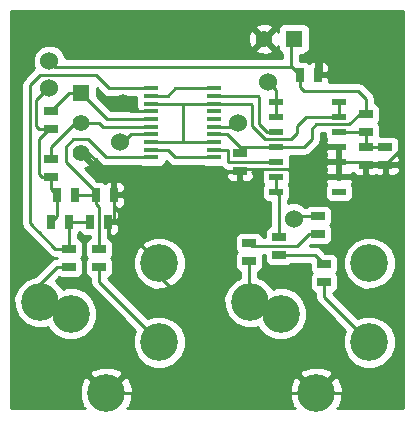
<source format=gbl>
G04 (created by PCBNEW (2013-jul-07)-stable) date So 08 Feb 2015 13:55:18 CET*
%MOIN*%
G04 Gerber Fmt 3.4, Leading zero omitted, Abs format*
%FSLAX34Y34*%
G01*
G70*
G90*
G04 APERTURE LIST*
%ADD10C,0.00590551*%
%ADD11R,0.05X0.016*%
%ADD12R,0.045X0.02*%
%ADD13R,0.025X0.045*%
%ADD14R,0.045X0.025*%
%ADD15R,0.055X0.055*%
%ADD16C,0.055*%
%ADD17C,0.126*%
%ADD18C,0.06*%
%ADD19C,0.01*%
G04 APERTURE END LIST*
G54D10*
G54D11*
X59750Y-23950D03*
X59750Y-23700D03*
X59750Y-23440D03*
X59750Y-23180D03*
X59750Y-22930D03*
X59750Y-22670D03*
X59750Y-22410D03*
X59750Y-22160D03*
X59750Y-21900D03*
X59750Y-21650D03*
X61850Y-21650D03*
X61850Y-21900D03*
X61850Y-22160D03*
X61850Y-22410D03*
X61850Y-22670D03*
X61850Y-22930D03*
X61850Y-23180D03*
X61850Y-23440D03*
X61850Y-23700D03*
X61850Y-23950D03*
G54D12*
X63900Y-25100D03*
X63900Y-24600D03*
X63900Y-24100D03*
X63900Y-23600D03*
X63900Y-23100D03*
X63900Y-22600D03*
X63900Y-22100D03*
X66000Y-22100D03*
X66000Y-22600D03*
X66000Y-23100D03*
X66000Y-23600D03*
X66000Y-24100D03*
X66000Y-24600D03*
X66000Y-25100D03*
G54D13*
X56400Y-26100D03*
X57000Y-26100D03*
G54D14*
X62700Y-23800D03*
X62700Y-24400D03*
X66900Y-23600D03*
X66900Y-24200D03*
X67550Y-23600D03*
X67550Y-24200D03*
X66900Y-22500D03*
X66900Y-23100D03*
X63000Y-26800D03*
X63000Y-27400D03*
X65300Y-25900D03*
X65300Y-26500D03*
X65500Y-27500D03*
X65500Y-28100D03*
X64000Y-26600D03*
X64000Y-27200D03*
G54D13*
X57700Y-26100D03*
X58300Y-26100D03*
X57900Y-25200D03*
X58500Y-25200D03*
X56600Y-25200D03*
X57200Y-25200D03*
G54D14*
X57000Y-27600D03*
X57000Y-27000D03*
X58000Y-27600D03*
X58000Y-27000D03*
X56400Y-23000D03*
X56400Y-22400D03*
X56400Y-24600D03*
X56400Y-24000D03*
G54D13*
X64700Y-21200D03*
X65300Y-21200D03*
G54D15*
X57400Y-21800D03*
G54D16*
X57400Y-22800D03*
X57400Y-23800D03*
G54D15*
X64500Y-20000D03*
G54D16*
X63500Y-20000D03*
G54D17*
X65236Y-31808D03*
X67008Y-30115D03*
X67008Y-27477D03*
X64055Y-29170D03*
X63031Y-28776D03*
X58236Y-31808D03*
X60008Y-30115D03*
X60008Y-27477D03*
X57055Y-29170D03*
X56031Y-28776D03*
G54D18*
X58700Y-23450D03*
X62650Y-22800D03*
X58800Y-22150D03*
X59200Y-24700D03*
X56350Y-20750D03*
X56350Y-21650D03*
X64500Y-26000D03*
X63650Y-21450D03*
G54D19*
X59750Y-23180D02*
X59070Y-23180D01*
X58800Y-23450D02*
X58700Y-23450D01*
X59070Y-23180D02*
X58800Y-23450D01*
X61850Y-22930D02*
X62520Y-22930D01*
X62520Y-22930D02*
X62650Y-22800D01*
X65400Y-20000D02*
X65400Y-19600D01*
X65300Y-21200D02*
X65400Y-21100D01*
X65400Y-20000D02*
X65400Y-21100D01*
X64100Y-19400D02*
X63500Y-20000D01*
X65200Y-19400D02*
X64100Y-19400D01*
X65400Y-19600D02*
X65200Y-19400D01*
X66900Y-24200D02*
X66900Y-25750D01*
X67592Y-31808D02*
X65236Y-31808D01*
X67900Y-31500D02*
X67592Y-31808D01*
X67900Y-26750D02*
X67900Y-31500D01*
X66900Y-25750D02*
X67900Y-26750D01*
X58300Y-26100D02*
X58400Y-26100D01*
X58400Y-26100D02*
X58500Y-26000D01*
X64300Y-24350D02*
X64750Y-24350D01*
X65000Y-24600D02*
X64750Y-24350D01*
X65000Y-24600D02*
X66000Y-24600D01*
X62700Y-24400D02*
X59500Y-24400D01*
X62750Y-24350D02*
X62700Y-24400D01*
X60008Y-27477D02*
X60008Y-27908D01*
X60042Y-31808D02*
X58236Y-31808D01*
X61150Y-30700D02*
X60042Y-31808D01*
X61150Y-29050D02*
X61150Y-30700D01*
X60008Y-27908D02*
X61150Y-29050D01*
X59500Y-24400D02*
X59200Y-24700D01*
X59750Y-22410D02*
X59060Y-22410D01*
X59060Y-22410D02*
X58800Y-22150D01*
X58700Y-25200D02*
X58500Y-25200D01*
X59200Y-24700D02*
X58700Y-25200D01*
X64350Y-24350D02*
X64300Y-24350D01*
X64300Y-24350D02*
X62750Y-24350D01*
X66900Y-24200D02*
X67550Y-24200D01*
X65300Y-21200D02*
X66950Y-21200D01*
X66950Y-21200D02*
X68000Y-22250D01*
X68000Y-22250D02*
X68000Y-23750D01*
X68000Y-23750D02*
X67550Y-24200D01*
X57400Y-23800D02*
X57650Y-23800D01*
X58500Y-24650D02*
X58500Y-25200D01*
X57650Y-23800D02*
X58500Y-24650D01*
X58236Y-31808D02*
X65236Y-31808D01*
X66000Y-24100D02*
X66800Y-24100D01*
X66800Y-24100D02*
X66900Y-24200D01*
X66000Y-24600D02*
X66000Y-24100D01*
X66000Y-24100D02*
X66000Y-23600D01*
X58500Y-25200D02*
X58500Y-26000D01*
X58900Y-26369D02*
X60008Y-27477D01*
X58300Y-26100D02*
X58631Y-26100D01*
X58631Y-26100D02*
X60008Y-27477D01*
X58000Y-27600D02*
X58000Y-28107D01*
X58000Y-28107D02*
X60008Y-30115D01*
X56031Y-28776D02*
X56031Y-28169D01*
X56600Y-27600D02*
X57000Y-27600D01*
X56031Y-28169D02*
X56600Y-27600D01*
X65500Y-28100D02*
X65500Y-28607D01*
X65500Y-28607D02*
X67008Y-30115D01*
X63000Y-27400D02*
X63000Y-28745D01*
X63000Y-28745D02*
X63031Y-28776D01*
X57400Y-22800D02*
X58000Y-22800D01*
X58130Y-22930D02*
X59750Y-22930D01*
X58000Y-22800D02*
X58130Y-22930D01*
X57400Y-22800D02*
X57200Y-22800D01*
X56400Y-23600D02*
X56400Y-24000D01*
X57200Y-22800D02*
X56400Y-23600D01*
X57400Y-21800D02*
X57000Y-21800D01*
X57000Y-21800D02*
X56400Y-22400D01*
X59750Y-22670D02*
X58270Y-22670D01*
X58270Y-22670D02*
X57400Y-21800D01*
X56600Y-25200D02*
X56600Y-25900D01*
X56600Y-25900D02*
X56400Y-26100D01*
X64000Y-20950D02*
X64450Y-20950D01*
X64450Y-20950D02*
X64700Y-21200D01*
X61850Y-23180D02*
X62280Y-23180D01*
X62280Y-23180D02*
X62700Y-23600D01*
X62700Y-23600D02*
X63900Y-23600D01*
X62700Y-23800D02*
X62700Y-23600D01*
X62280Y-23180D02*
X62700Y-23600D01*
X62700Y-23600D02*
X63500Y-23600D01*
X56400Y-23000D02*
X56000Y-23000D01*
X64450Y-20950D02*
X64700Y-21200D01*
X56550Y-20950D02*
X64000Y-20950D01*
X64000Y-20950D02*
X64050Y-20950D01*
X56350Y-20750D02*
X56550Y-20950D01*
X56300Y-21650D02*
X56350Y-21650D01*
X55900Y-22050D02*
X56300Y-21650D01*
X55900Y-22900D02*
X55900Y-22050D01*
X56000Y-23000D02*
X55900Y-22900D01*
X56400Y-23000D02*
X56350Y-23000D01*
X56100Y-24600D02*
X56400Y-24600D01*
X56000Y-24500D02*
X56100Y-24600D01*
X56000Y-23350D02*
X56000Y-24500D01*
X56350Y-23000D02*
X56000Y-23350D01*
X66900Y-22500D02*
X66900Y-22000D01*
X66900Y-22000D02*
X66650Y-21750D01*
X66650Y-21750D02*
X64850Y-21750D01*
X64850Y-21750D02*
X64700Y-21600D01*
X64700Y-21600D02*
X64700Y-21200D01*
X63900Y-23600D02*
X64850Y-23600D01*
X66700Y-22500D02*
X66900Y-22500D01*
X66350Y-22850D02*
X66700Y-22500D01*
X65250Y-22850D02*
X66350Y-22850D01*
X65100Y-23000D02*
X65250Y-22850D01*
X65100Y-23350D02*
X65100Y-23000D01*
X64850Y-23600D02*
X65100Y-23350D01*
X64400Y-20000D02*
X64400Y-20900D01*
X64400Y-20900D02*
X64700Y-21200D01*
X56400Y-24600D02*
X56400Y-25000D01*
X56400Y-25000D02*
X56600Y-25200D01*
X61850Y-22160D02*
X63060Y-22160D01*
X63700Y-23350D02*
X63850Y-23350D01*
X64600Y-22900D02*
X64600Y-23150D01*
X64900Y-22600D02*
X64600Y-22900D01*
X64900Y-22600D02*
X66000Y-22600D01*
X64400Y-23350D02*
X64600Y-23150D01*
X63850Y-23350D02*
X64400Y-23350D01*
X63550Y-23350D02*
X63700Y-23350D01*
X63100Y-22900D02*
X63550Y-23350D01*
X63100Y-22200D02*
X63100Y-22900D01*
X63060Y-22160D02*
X63100Y-22200D01*
X66000Y-22100D02*
X66000Y-22600D01*
X60800Y-23440D02*
X60800Y-22160D01*
X60800Y-22160D02*
X60800Y-22200D01*
X60800Y-22200D02*
X60800Y-22160D01*
X59750Y-23440D02*
X60800Y-23440D01*
X60800Y-23440D02*
X61850Y-23440D01*
X59750Y-22160D02*
X60800Y-22160D01*
X60800Y-22160D02*
X61850Y-22160D01*
X63900Y-22100D02*
X63900Y-21700D01*
X64600Y-25900D02*
X65300Y-25900D01*
X64500Y-26000D02*
X64600Y-25900D01*
X63900Y-21700D02*
X63650Y-21450D01*
X63900Y-22100D02*
X63900Y-22600D01*
X64000Y-27200D02*
X65200Y-27200D01*
X65200Y-27200D02*
X65500Y-27500D01*
X67550Y-23600D02*
X66900Y-23600D01*
X66900Y-23600D02*
X66900Y-23100D01*
X66900Y-23100D02*
X66000Y-23100D01*
X65300Y-26500D02*
X65000Y-26500D01*
X63100Y-26900D02*
X63000Y-26800D01*
X64600Y-26900D02*
X63100Y-26900D01*
X65000Y-26500D02*
X64600Y-26900D01*
X59750Y-23700D02*
X60300Y-23700D01*
X60550Y-23950D02*
X61850Y-23950D01*
X60300Y-23700D02*
X60550Y-23950D01*
X58000Y-27000D02*
X58000Y-26050D01*
X57900Y-25500D02*
X57900Y-25200D01*
X58000Y-25600D02*
X57900Y-25500D01*
X58000Y-26050D02*
X58000Y-25600D01*
X59750Y-23950D02*
X58250Y-23950D01*
X57650Y-23350D02*
X57150Y-23350D01*
X58250Y-23950D02*
X57650Y-23350D01*
X57900Y-25100D02*
X57900Y-25200D01*
X57150Y-23350D02*
X56900Y-23600D01*
X56900Y-23600D02*
X56900Y-24100D01*
X56900Y-24100D02*
X57900Y-25100D01*
X57200Y-25200D02*
X57900Y-25200D01*
X56400Y-21200D02*
X56050Y-21200D01*
X55700Y-26150D02*
X56550Y-27000D01*
X55700Y-21550D02*
X55700Y-26150D01*
X56050Y-21200D02*
X55700Y-21550D01*
X57350Y-21200D02*
X56400Y-21200D01*
X57000Y-27000D02*
X56550Y-27000D01*
X57350Y-21200D02*
X57900Y-21200D01*
X56550Y-27000D02*
X56000Y-26450D01*
X59750Y-21650D02*
X58350Y-21650D01*
X58350Y-21650D02*
X57900Y-21200D01*
X57000Y-27000D02*
X57000Y-26100D01*
X57000Y-26100D02*
X57300Y-26100D01*
X57300Y-26100D02*
X57700Y-26100D01*
X62900Y-24100D02*
X63900Y-24100D01*
X62300Y-24100D02*
X62900Y-24100D01*
X62900Y-24100D02*
X63500Y-24100D01*
X61850Y-23700D02*
X62300Y-23700D01*
X62300Y-23700D02*
X62300Y-24100D01*
X61850Y-21900D02*
X63300Y-21900D01*
X63600Y-23100D02*
X63900Y-23100D01*
X63350Y-22850D02*
X63600Y-23100D01*
X63350Y-21950D02*
X63350Y-22850D01*
X63300Y-21900D02*
X63350Y-21950D01*
X63700Y-23100D02*
X63900Y-23100D01*
X59750Y-21900D02*
X60300Y-21900D01*
X60550Y-21650D02*
X61850Y-21650D01*
X60300Y-21900D02*
X60550Y-21650D01*
X63900Y-24600D02*
X63900Y-25100D01*
X63900Y-25100D02*
X64000Y-25200D01*
X64000Y-25200D02*
X64000Y-26600D01*
G54D10*
G36*
X59279Y-22359D02*
X59262Y-22320D01*
X59250Y-22307D01*
X59249Y-22280D01*
X59250Y-22280D01*
X59249Y-22190D01*
X59249Y-22030D01*
X59250Y-22030D01*
X59250Y-22029D01*
X59249Y-21950D01*
X58350Y-21950D01*
X58235Y-21927D01*
X58137Y-21862D01*
X57925Y-21649D01*
X57925Y-21900D01*
X58394Y-22370D01*
X59250Y-22370D01*
X59250Y-22359D01*
X59279Y-22359D01*
X59279Y-22359D01*
G37*
G54D19*
X59279Y-22359D02*
X59262Y-22320D01*
X59250Y-22307D01*
X59249Y-22280D01*
X59250Y-22280D01*
X59249Y-22190D01*
X59249Y-22030D01*
X59250Y-22030D01*
X59250Y-22029D01*
X59249Y-21950D01*
X58350Y-21950D01*
X58235Y-21927D01*
X58137Y-21862D01*
X57925Y-21649D01*
X57925Y-21900D01*
X58394Y-22370D01*
X59250Y-22370D01*
X59250Y-22359D01*
X59279Y-22359D01*
G54D10*
G36*
X68120Y-19079D02*
X68025Y-19079D01*
X68025Y-23524D01*
X68025Y-23774D01*
X67987Y-23866D01*
X67953Y-23900D01*
X67987Y-23933D01*
X68025Y-24025D01*
X68025Y-24374D01*
X67987Y-24466D01*
X67916Y-24536D01*
X67888Y-24548D01*
X67888Y-27651D01*
X67754Y-27974D01*
X67507Y-28222D01*
X67183Y-28356D01*
X66833Y-28357D01*
X66510Y-28223D01*
X66262Y-27976D01*
X66128Y-27652D01*
X66127Y-27302D01*
X66261Y-26979D01*
X66508Y-26731D01*
X66832Y-26597D01*
X67182Y-26596D01*
X67505Y-26730D01*
X67753Y-26977D01*
X67887Y-27301D01*
X67888Y-27651D01*
X67888Y-24548D01*
X67824Y-24574D01*
X67725Y-24575D01*
X67662Y-24575D01*
X67600Y-24512D01*
X67600Y-24250D01*
X67962Y-24250D01*
X68025Y-24312D01*
X68025Y-24374D01*
X68025Y-24025D01*
X68025Y-24087D01*
X67962Y-24150D01*
X67600Y-24150D01*
X67600Y-24142D01*
X67500Y-24142D01*
X67500Y-24150D01*
X67500Y-24250D01*
X67500Y-24512D01*
X67437Y-24575D01*
X67374Y-24575D01*
X67275Y-24574D01*
X67225Y-24554D01*
X67174Y-24574D01*
X67075Y-24575D01*
X67012Y-24575D01*
X66950Y-24512D01*
X66950Y-24250D01*
X67137Y-24250D01*
X67312Y-24250D01*
X67500Y-24250D01*
X67500Y-24150D01*
X67312Y-24150D01*
X67137Y-24150D01*
X66950Y-24150D01*
X66950Y-24142D01*
X66850Y-24142D01*
X66850Y-24150D01*
X66842Y-24150D01*
X66842Y-24250D01*
X66850Y-24250D01*
X66850Y-24512D01*
X66787Y-24575D01*
X66724Y-24575D01*
X66625Y-24574D01*
X66533Y-24536D01*
X66475Y-24478D01*
X66475Y-24749D01*
X66437Y-24841D01*
X66428Y-24849D01*
X66436Y-24858D01*
X66474Y-24950D01*
X66475Y-25049D01*
X66475Y-25249D01*
X66437Y-25341D01*
X66366Y-25411D01*
X66274Y-25449D01*
X66175Y-25450D01*
X65725Y-25450D01*
X65633Y-25412D01*
X65563Y-25341D01*
X65525Y-25249D01*
X65524Y-25150D01*
X65524Y-24950D01*
X65562Y-24858D01*
X65571Y-24850D01*
X65562Y-24841D01*
X65524Y-24749D01*
X65525Y-24712D01*
X65587Y-24650D01*
X65950Y-24650D01*
X65950Y-24657D01*
X66050Y-24657D01*
X66050Y-24650D01*
X66412Y-24650D01*
X66475Y-24712D01*
X66475Y-24749D01*
X66475Y-24478D01*
X66475Y-24478D01*
X66475Y-24487D01*
X66412Y-24550D01*
X66050Y-24550D01*
X66050Y-24387D01*
X66050Y-24312D01*
X66050Y-24150D01*
X66057Y-24150D01*
X66057Y-24050D01*
X66050Y-24050D01*
X66050Y-23887D01*
X66050Y-23812D01*
X66050Y-23650D01*
X66057Y-23650D01*
X66057Y-23550D01*
X66050Y-23550D01*
X66050Y-23542D01*
X65950Y-23542D01*
X65950Y-23550D01*
X65950Y-23650D01*
X65950Y-23812D01*
X65950Y-23887D01*
X65950Y-24050D01*
X65950Y-24150D01*
X65950Y-24312D01*
X65950Y-24387D01*
X65950Y-24550D01*
X65587Y-24550D01*
X65525Y-24487D01*
X65524Y-24450D01*
X65562Y-24358D01*
X65571Y-24350D01*
X65562Y-24341D01*
X65524Y-24249D01*
X65525Y-24212D01*
X65587Y-24150D01*
X65950Y-24150D01*
X65950Y-24050D01*
X65587Y-24050D01*
X65525Y-23987D01*
X65524Y-23950D01*
X65562Y-23858D01*
X65571Y-23850D01*
X65562Y-23841D01*
X65524Y-23749D01*
X65525Y-23712D01*
X65587Y-23650D01*
X65950Y-23650D01*
X65950Y-23550D01*
X65587Y-23550D01*
X65525Y-23487D01*
X65524Y-23450D01*
X65562Y-23358D01*
X65571Y-23350D01*
X65563Y-23341D01*
X65525Y-23249D01*
X65524Y-23150D01*
X65524Y-23150D01*
X65400Y-23150D01*
X65400Y-23350D01*
X65377Y-23464D01*
X65312Y-23562D01*
X65312Y-23562D01*
X65062Y-23812D01*
X64964Y-23877D01*
X64850Y-23900D01*
X64354Y-23900D01*
X64374Y-23950D01*
X64375Y-24049D01*
X64375Y-24249D01*
X64337Y-24341D01*
X64328Y-24349D01*
X64336Y-24358D01*
X64374Y-24450D01*
X64375Y-24549D01*
X64375Y-24749D01*
X64337Y-24841D01*
X64328Y-24849D01*
X64336Y-24858D01*
X64374Y-24950D01*
X64375Y-25049D01*
X64375Y-25249D01*
X64337Y-25341D01*
X64300Y-25378D01*
X64300Y-25487D01*
X64390Y-25450D01*
X64608Y-25449D01*
X64811Y-25533D01*
X64877Y-25600D01*
X64896Y-25600D01*
X64933Y-25563D01*
X65025Y-25525D01*
X65124Y-25524D01*
X65574Y-25524D01*
X65666Y-25562D01*
X65736Y-25633D01*
X65774Y-25725D01*
X65775Y-25824D01*
X65775Y-26074D01*
X65737Y-26166D01*
X65703Y-26199D01*
X65736Y-26233D01*
X65774Y-26325D01*
X65775Y-26424D01*
X65775Y-26674D01*
X65737Y-26766D01*
X65666Y-26836D01*
X65574Y-26874D01*
X65475Y-26875D01*
X65049Y-26875D01*
X65024Y-26900D01*
X65200Y-26900D01*
X65200Y-26900D01*
X65314Y-26922D01*
X65314Y-26922D01*
X65412Y-26987D01*
X65549Y-27124D01*
X65774Y-27124D01*
X65866Y-27162D01*
X65936Y-27233D01*
X65974Y-27325D01*
X65975Y-27424D01*
X65975Y-27674D01*
X65937Y-27766D01*
X65903Y-27799D01*
X65936Y-27833D01*
X65974Y-27925D01*
X65975Y-28024D01*
X65975Y-28274D01*
X65937Y-28366D01*
X65866Y-28436D01*
X65800Y-28464D01*
X65800Y-28482D01*
X66634Y-29317D01*
X66832Y-29235D01*
X67182Y-29234D01*
X67505Y-29368D01*
X67753Y-29615D01*
X67887Y-29939D01*
X67888Y-30289D01*
X67754Y-30612D01*
X67507Y-30860D01*
X67183Y-30994D01*
X66833Y-30995D01*
X66510Y-30861D01*
X66262Y-30614D01*
X66128Y-30290D01*
X66127Y-29940D01*
X66210Y-29741D01*
X65789Y-29321D01*
X65789Y-31183D01*
X65236Y-31737D01*
X64682Y-31183D01*
X64749Y-31053D01*
X65075Y-30925D01*
X65425Y-30931D01*
X65722Y-31053D01*
X65789Y-31183D01*
X65789Y-29321D01*
X65287Y-28819D01*
X65222Y-28721D01*
X65200Y-28607D01*
X65200Y-28464D01*
X65133Y-28437D01*
X65063Y-28366D01*
X65025Y-28274D01*
X65024Y-28175D01*
X65024Y-27925D01*
X65062Y-27833D01*
X65096Y-27800D01*
X65063Y-27766D01*
X65025Y-27674D01*
X65024Y-27575D01*
X65024Y-27500D01*
X64403Y-27500D01*
X64366Y-27536D01*
X64274Y-27574D01*
X64175Y-27575D01*
X63725Y-27575D01*
X63633Y-27537D01*
X63563Y-27466D01*
X63525Y-27374D01*
X63524Y-27275D01*
X63524Y-27200D01*
X63464Y-27200D01*
X63474Y-27225D01*
X63475Y-27324D01*
X63475Y-27574D01*
X63437Y-27666D01*
X63366Y-27736D01*
X63300Y-27764D01*
X63300Y-27934D01*
X63528Y-28029D01*
X63776Y-28276D01*
X63796Y-28324D01*
X63879Y-28290D01*
X64229Y-28289D01*
X64552Y-28423D01*
X64800Y-28670D01*
X64934Y-28994D01*
X64935Y-29344D01*
X64801Y-29667D01*
X64554Y-29915D01*
X64230Y-30049D01*
X63880Y-30050D01*
X63557Y-29916D01*
X63309Y-29669D01*
X63289Y-29621D01*
X63206Y-29655D01*
X62856Y-29656D01*
X62533Y-29522D01*
X62285Y-29275D01*
X62151Y-28951D01*
X62150Y-28601D01*
X62284Y-28278D01*
X62531Y-28030D01*
X62700Y-27960D01*
X62700Y-27764D01*
X62633Y-27737D01*
X62563Y-27666D01*
X62525Y-27574D01*
X62524Y-27475D01*
X62524Y-27225D01*
X62562Y-27133D01*
X62596Y-27100D01*
X62563Y-27066D01*
X62525Y-26974D01*
X62524Y-26875D01*
X62524Y-26625D01*
X62562Y-26533D01*
X62633Y-26463D01*
X62725Y-26425D01*
X62824Y-26424D01*
X63274Y-26424D01*
X63366Y-26462D01*
X63436Y-26533D01*
X63464Y-26600D01*
X63524Y-26600D01*
X63524Y-26425D01*
X63562Y-26333D01*
X63633Y-26263D01*
X63700Y-26235D01*
X63700Y-25450D01*
X63625Y-25450D01*
X63533Y-25412D01*
X63463Y-25341D01*
X63425Y-25249D01*
X63424Y-25150D01*
X63424Y-24950D01*
X63462Y-24858D01*
X63471Y-24850D01*
X63463Y-24841D01*
X63425Y-24749D01*
X63424Y-24650D01*
X63424Y-24450D01*
X63445Y-24400D01*
X63175Y-24400D01*
X63175Y-24400D01*
X63175Y-24450D01*
X63112Y-24450D01*
X63175Y-24512D01*
X63175Y-24574D01*
X63137Y-24666D01*
X63066Y-24736D01*
X62974Y-24774D01*
X62875Y-24775D01*
X62812Y-24775D01*
X62750Y-24712D01*
X62750Y-24450D01*
X62757Y-24450D01*
X62757Y-24400D01*
X62650Y-24400D01*
X62650Y-24450D01*
X62650Y-24712D01*
X62587Y-24775D01*
X62524Y-24775D01*
X62425Y-24774D01*
X62333Y-24736D01*
X62262Y-24666D01*
X62224Y-24574D01*
X62225Y-24512D01*
X62287Y-24450D01*
X62650Y-24450D01*
X62650Y-24400D01*
X62300Y-24400D01*
X62185Y-24377D01*
X62087Y-24312D01*
X62066Y-24280D01*
X62050Y-24280D01*
X61550Y-24280D01*
X61477Y-24250D01*
X60888Y-24250D01*
X60888Y-27651D01*
X60754Y-27974D01*
X60507Y-28222D01*
X60183Y-28356D01*
X59833Y-28357D01*
X59510Y-28223D01*
X59262Y-27976D01*
X59128Y-27652D01*
X59127Y-27302D01*
X59261Y-26979D01*
X59508Y-26731D01*
X59832Y-26597D01*
X60182Y-26596D01*
X60505Y-26730D01*
X60753Y-26977D01*
X60887Y-27301D01*
X60888Y-27651D01*
X60888Y-24250D01*
X60550Y-24250D01*
X60435Y-24227D01*
X60337Y-24162D01*
X60250Y-24074D01*
X60250Y-24079D01*
X60212Y-24171D01*
X60141Y-24241D01*
X60049Y-24279D01*
X59950Y-24280D01*
X59450Y-24280D01*
X59377Y-24250D01*
X58875Y-24250D01*
X58875Y-25024D01*
X58875Y-25087D01*
X58812Y-25150D01*
X58550Y-25150D01*
X58550Y-24787D01*
X58612Y-24725D01*
X58674Y-24724D01*
X58766Y-24762D01*
X58836Y-24833D01*
X58874Y-24925D01*
X58875Y-25024D01*
X58875Y-24250D01*
X58250Y-24250D01*
X58135Y-24227D01*
X58037Y-24162D01*
X57886Y-24010D01*
X57860Y-24072D01*
X57767Y-24097D01*
X57470Y-23800D01*
X57476Y-23794D01*
X57405Y-23723D01*
X57400Y-23729D01*
X57394Y-23723D01*
X57323Y-23794D01*
X57329Y-23800D01*
X57323Y-23805D01*
X57394Y-23876D01*
X57400Y-23870D01*
X57697Y-24167D01*
X57672Y-24260D01*
X57533Y-24309D01*
X57949Y-24724D01*
X58074Y-24724D01*
X58166Y-24762D01*
X58200Y-24796D01*
X58233Y-24762D01*
X58325Y-24724D01*
X58387Y-24725D01*
X58450Y-24787D01*
X58450Y-25150D01*
X58442Y-25150D01*
X58442Y-25250D01*
X58450Y-25250D01*
X58450Y-25257D01*
X58550Y-25257D01*
X58550Y-25250D01*
X58812Y-25250D01*
X58875Y-25312D01*
X58875Y-25375D01*
X58874Y-25474D01*
X58836Y-25566D01*
X58766Y-25637D01*
X58674Y-25675D01*
X58612Y-25675D01*
X58550Y-25612D01*
X58550Y-25656D01*
X58566Y-25662D01*
X58636Y-25733D01*
X58674Y-25825D01*
X58675Y-25924D01*
X58675Y-26275D01*
X58674Y-26374D01*
X58636Y-26466D01*
X58566Y-26537D01*
X58474Y-26575D01*
X58412Y-26575D01*
X58350Y-26512D01*
X58350Y-26150D01*
X58612Y-26150D01*
X58675Y-26212D01*
X58675Y-26275D01*
X58675Y-25924D01*
X58675Y-25987D01*
X58612Y-26050D01*
X58350Y-26050D01*
X58350Y-26042D01*
X58300Y-26042D01*
X58300Y-26050D01*
X58300Y-26635D01*
X58366Y-26662D01*
X58436Y-26733D01*
X58474Y-26825D01*
X58475Y-26924D01*
X58475Y-27174D01*
X58437Y-27266D01*
X58403Y-27299D01*
X58436Y-27333D01*
X58474Y-27425D01*
X58475Y-27524D01*
X58475Y-27774D01*
X58437Y-27866D01*
X58366Y-27936D01*
X58300Y-27964D01*
X58300Y-27982D01*
X59634Y-29317D01*
X59832Y-29235D01*
X60182Y-29234D01*
X60505Y-29368D01*
X60753Y-29615D01*
X60887Y-29939D01*
X60888Y-30289D01*
X60754Y-30612D01*
X60507Y-30860D01*
X60183Y-30994D01*
X59833Y-30995D01*
X59510Y-30861D01*
X59262Y-30614D01*
X59128Y-30290D01*
X59127Y-29940D01*
X59210Y-29741D01*
X58789Y-29321D01*
X58789Y-31183D01*
X58236Y-31737D01*
X57682Y-31183D01*
X57749Y-31053D01*
X58075Y-30925D01*
X58425Y-30931D01*
X58722Y-31053D01*
X58789Y-31183D01*
X58789Y-29321D01*
X57787Y-28319D01*
X57722Y-28221D01*
X57700Y-28107D01*
X57700Y-27964D01*
X57633Y-27937D01*
X57563Y-27866D01*
X57525Y-27774D01*
X57524Y-27675D01*
X57524Y-27425D01*
X57562Y-27333D01*
X57596Y-27300D01*
X57563Y-27266D01*
X57525Y-27174D01*
X57524Y-27075D01*
X57524Y-26825D01*
X57562Y-26733D01*
X57633Y-26663D01*
X57700Y-26635D01*
X57700Y-26575D01*
X57525Y-26575D01*
X57433Y-26537D01*
X57363Y-26466D01*
X57350Y-26435D01*
X57337Y-26466D01*
X57300Y-26503D01*
X57300Y-26635D01*
X57366Y-26662D01*
X57436Y-26733D01*
X57474Y-26825D01*
X57475Y-26924D01*
X57475Y-27174D01*
X57437Y-27266D01*
X57403Y-27299D01*
X57436Y-27333D01*
X57474Y-27425D01*
X57475Y-27524D01*
X57475Y-27774D01*
X57437Y-27866D01*
X57366Y-27936D01*
X57274Y-27974D01*
X57175Y-27975D01*
X56725Y-27975D01*
X56671Y-27952D01*
X56561Y-28062D01*
X56776Y-28276D01*
X56796Y-28324D01*
X56879Y-28290D01*
X57229Y-28289D01*
X57552Y-28423D01*
X57800Y-28670D01*
X57934Y-28994D01*
X57935Y-29344D01*
X57801Y-29667D01*
X57554Y-29915D01*
X57230Y-30049D01*
X56880Y-30050D01*
X56557Y-29916D01*
X56309Y-29669D01*
X56289Y-29621D01*
X56206Y-29655D01*
X55856Y-29656D01*
X55533Y-29522D01*
X55285Y-29275D01*
X55151Y-28951D01*
X55150Y-28601D01*
X55284Y-28278D01*
X55531Y-28030D01*
X55855Y-27896D01*
X55879Y-27896D01*
X56387Y-27387D01*
X56387Y-27387D01*
X56485Y-27322D01*
X56595Y-27300D01*
X56596Y-27300D01*
X56596Y-27300D01*
X56550Y-27300D01*
X56435Y-27277D01*
X56337Y-27212D01*
X55787Y-26662D01*
X55487Y-26362D01*
X55422Y-26264D01*
X55400Y-26150D01*
X55400Y-21550D01*
X55422Y-21435D01*
X55487Y-21337D01*
X55837Y-20987D01*
X55837Y-20987D01*
X55849Y-20979D01*
X55849Y-20979D01*
X55800Y-20859D01*
X55799Y-20641D01*
X55883Y-20438D01*
X56038Y-20284D01*
X56240Y-20200D01*
X56458Y-20199D01*
X56661Y-20283D01*
X56815Y-20438D01*
X56899Y-20640D01*
X56899Y-20650D01*
X64000Y-20650D01*
X64050Y-20650D01*
X64100Y-20650D01*
X64100Y-20493D01*
X64083Y-20487D01*
X64013Y-20416D01*
X63975Y-20324D01*
X63974Y-20238D01*
X63960Y-20272D01*
X63867Y-20297D01*
X63797Y-20226D01*
X63797Y-20367D01*
X63772Y-20460D01*
X63575Y-20529D01*
X63367Y-20518D01*
X63227Y-20460D01*
X63202Y-20367D01*
X63500Y-20070D01*
X63797Y-20367D01*
X63797Y-20226D01*
X63570Y-20000D01*
X63867Y-19702D01*
X63960Y-19727D01*
X63974Y-19768D01*
X63974Y-19675D01*
X64012Y-19583D01*
X64083Y-19513D01*
X64175Y-19475D01*
X64274Y-19474D01*
X64824Y-19474D01*
X64916Y-19512D01*
X64986Y-19583D01*
X65024Y-19675D01*
X65025Y-19774D01*
X65025Y-20324D01*
X64987Y-20416D01*
X64916Y-20486D01*
X64824Y-20524D01*
X64725Y-20525D01*
X64700Y-20525D01*
X64700Y-20724D01*
X64874Y-20724D01*
X64966Y-20762D01*
X65000Y-20796D01*
X65033Y-20762D01*
X65125Y-20724D01*
X65187Y-20725D01*
X65250Y-20787D01*
X65250Y-21150D01*
X65242Y-21150D01*
X65242Y-21250D01*
X65250Y-21250D01*
X65250Y-21257D01*
X65350Y-21257D01*
X65350Y-21250D01*
X65612Y-21250D01*
X65675Y-21312D01*
X65675Y-21375D01*
X65674Y-21450D01*
X66650Y-21450D01*
X66650Y-21450D01*
X66764Y-21472D01*
X66764Y-21472D01*
X66862Y-21537D01*
X67112Y-21787D01*
X67112Y-21787D01*
X67177Y-21885D01*
X67199Y-22000D01*
X67200Y-22000D01*
X67200Y-22135D01*
X67266Y-22162D01*
X67336Y-22233D01*
X67374Y-22325D01*
X67375Y-22424D01*
X67375Y-22674D01*
X67337Y-22766D01*
X67303Y-22799D01*
X67336Y-22833D01*
X67374Y-22925D01*
X67375Y-23024D01*
X67375Y-23224D01*
X67824Y-23224D01*
X67916Y-23262D01*
X67986Y-23333D01*
X68024Y-23425D01*
X68025Y-23524D01*
X68025Y-19079D01*
X65675Y-19079D01*
X65675Y-21024D01*
X65675Y-21087D01*
X65612Y-21150D01*
X65350Y-21150D01*
X65350Y-20787D01*
X65412Y-20725D01*
X65474Y-20724D01*
X65566Y-20762D01*
X65636Y-20833D01*
X65674Y-20925D01*
X65675Y-21024D01*
X65675Y-19079D01*
X63797Y-19079D01*
X63797Y-19632D01*
X63500Y-19929D01*
X63429Y-19858D01*
X63429Y-20000D01*
X63132Y-20297D01*
X63039Y-20272D01*
X62970Y-20075D01*
X62981Y-19867D01*
X63039Y-19727D01*
X63132Y-19702D01*
X63429Y-20000D01*
X63429Y-19858D01*
X63202Y-19632D01*
X63227Y-19539D01*
X63424Y-19470D01*
X63632Y-19481D01*
X63772Y-19539D01*
X63797Y-19632D01*
X63797Y-19079D01*
X55079Y-19079D01*
X55079Y-32320D01*
X57532Y-32320D01*
X57481Y-32294D01*
X57353Y-31968D01*
X57359Y-31618D01*
X57481Y-31321D01*
X57611Y-31254D01*
X58165Y-31808D01*
X58159Y-31813D01*
X58230Y-31884D01*
X58236Y-31878D01*
X58241Y-31884D01*
X58312Y-31813D01*
X58306Y-31808D01*
X58860Y-31254D01*
X58990Y-31321D01*
X59118Y-31647D01*
X59112Y-31997D01*
X58990Y-32294D01*
X58939Y-32320D01*
X64532Y-32320D01*
X64481Y-32294D01*
X64353Y-31968D01*
X64359Y-31618D01*
X64481Y-31321D01*
X64611Y-31254D01*
X65165Y-31808D01*
X65159Y-31813D01*
X65230Y-31884D01*
X65236Y-31878D01*
X65241Y-31884D01*
X65312Y-31813D01*
X65306Y-31808D01*
X65860Y-31254D01*
X65990Y-31321D01*
X66118Y-31647D01*
X66112Y-31997D01*
X65990Y-32294D01*
X65939Y-32320D01*
X68120Y-32320D01*
X68120Y-19079D01*
X68120Y-19079D01*
G37*
G54D19*
X68120Y-19079D02*
X68025Y-19079D01*
X68025Y-23524D01*
X68025Y-23774D01*
X67987Y-23866D01*
X67953Y-23900D01*
X67987Y-23933D01*
X68025Y-24025D01*
X68025Y-24374D01*
X67987Y-24466D01*
X67916Y-24536D01*
X67888Y-24548D01*
X67888Y-27651D01*
X67754Y-27974D01*
X67507Y-28222D01*
X67183Y-28356D01*
X66833Y-28357D01*
X66510Y-28223D01*
X66262Y-27976D01*
X66128Y-27652D01*
X66127Y-27302D01*
X66261Y-26979D01*
X66508Y-26731D01*
X66832Y-26597D01*
X67182Y-26596D01*
X67505Y-26730D01*
X67753Y-26977D01*
X67887Y-27301D01*
X67888Y-27651D01*
X67888Y-24548D01*
X67824Y-24574D01*
X67725Y-24575D01*
X67662Y-24575D01*
X67600Y-24512D01*
X67600Y-24250D01*
X67962Y-24250D01*
X68025Y-24312D01*
X68025Y-24374D01*
X68025Y-24025D01*
X68025Y-24087D01*
X67962Y-24150D01*
X67600Y-24150D01*
X67600Y-24142D01*
X67500Y-24142D01*
X67500Y-24150D01*
X67500Y-24250D01*
X67500Y-24512D01*
X67437Y-24575D01*
X67374Y-24575D01*
X67275Y-24574D01*
X67225Y-24554D01*
X67174Y-24574D01*
X67075Y-24575D01*
X67012Y-24575D01*
X66950Y-24512D01*
X66950Y-24250D01*
X67137Y-24250D01*
X67312Y-24250D01*
X67500Y-24250D01*
X67500Y-24150D01*
X67312Y-24150D01*
X67137Y-24150D01*
X66950Y-24150D01*
X66950Y-24142D01*
X66850Y-24142D01*
X66850Y-24150D01*
X66842Y-24150D01*
X66842Y-24250D01*
X66850Y-24250D01*
X66850Y-24512D01*
X66787Y-24575D01*
X66724Y-24575D01*
X66625Y-24574D01*
X66533Y-24536D01*
X66475Y-24478D01*
X66475Y-24749D01*
X66437Y-24841D01*
X66428Y-24849D01*
X66436Y-24858D01*
X66474Y-24950D01*
X66475Y-25049D01*
X66475Y-25249D01*
X66437Y-25341D01*
X66366Y-25411D01*
X66274Y-25449D01*
X66175Y-25450D01*
X65725Y-25450D01*
X65633Y-25412D01*
X65563Y-25341D01*
X65525Y-25249D01*
X65524Y-25150D01*
X65524Y-24950D01*
X65562Y-24858D01*
X65571Y-24850D01*
X65562Y-24841D01*
X65524Y-24749D01*
X65525Y-24712D01*
X65587Y-24650D01*
X65950Y-24650D01*
X65950Y-24657D01*
X66050Y-24657D01*
X66050Y-24650D01*
X66412Y-24650D01*
X66475Y-24712D01*
X66475Y-24749D01*
X66475Y-24478D01*
X66475Y-24478D01*
X66475Y-24487D01*
X66412Y-24550D01*
X66050Y-24550D01*
X66050Y-24387D01*
X66050Y-24312D01*
X66050Y-24150D01*
X66057Y-24150D01*
X66057Y-24050D01*
X66050Y-24050D01*
X66050Y-23887D01*
X66050Y-23812D01*
X66050Y-23650D01*
X66057Y-23650D01*
X66057Y-23550D01*
X66050Y-23550D01*
X66050Y-23542D01*
X65950Y-23542D01*
X65950Y-23550D01*
X65950Y-23650D01*
X65950Y-23812D01*
X65950Y-23887D01*
X65950Y-24050D01*
X65950Y-24150D01*
X65950Y-24312D01*
X65950Y-24387D01*
X65950Y-24550D01*
X65587Y-24550D01*
X65525Y-24487D01*
X65524Y-24450D01*
X65562Y-24358D01*
X65571Y-24350D01*
X65562Y-24341D01*
X65524Y-24249D01*
X65525Y-24212D01*
X65587Y-24150D01*
X65950Y-24150D01*
X65950Y-24050D01*
X65587Y-24050D01*
X65525Y-23987D01*
X65524Y-23950D01*
X65562Y-23858D01*
X65571Y-23850D01*
X65562Y-23841D01*
X65524Y-23749D01*
X65525Y-23712D01*
X65587Y-23650D01*
X65950Y-23650D01*
X65950Y-23550D01*
X65587Y-23550D01*
X65525Y-23487D01*
X65524Y-23450D01*
X65562Y-23358D01*
X65571Y-23350D01*
X65563Y-23341D01*
X65525Y-23249D01*
X65524Y-23150D01*
X65524Y-23150D01*
X65400Y-23150D01*
X65400Y-23350D01*
X65377Y-23464D01*
X65312Y-23562D01*
X65312Y-23562D01*
X65062Y-23812D01*
X64964Y-23877D01*
X64850Y-23900D01*
X64354Y-23900D01*
X64374Y-23950D01*
X64375Y-24049D01*
X64375Y-24249D01*
X64337Y-24341D01*
X64328Y-24349D01*
X64336Y-24358D01*
X64374Y-24450D01*
X64375Y-24549D01*
X64375Y-24749D01*
X64337Y-24841D01*
X64328Y-24849D01*
X64336Y-24858D01*
X64374Y-24950D01*
X64375Y-25049D01*
X64375Y-25249D01*
X64337Y-25341D01*
X64300Y-25378D01*
X64300Y-25487D01*
X64390Y-25450D01*
X64608Y-25449D01*
X64811Y-25533D01*
X64877Y-25600D01*
X64896Y-25600D01*
X64933Y-25563D01*
X65025Y-25525D01*
X65124Y-25524D01*
X65574Y-25524D01*
X65666Y-25562D01*
X65736Y-25633D01*
X65774Y-25725D01*
X65775Y-25824D01*
X65775Y-26074D01*
X65737Y-26166D01*
X65703Y-26199D01*
X65736Y-26233D01*
X65774Y-26325D01*
X65775Y-26424D01*
X65775Y-26674D01*
X65737Y-26766D01*
X65666Y-26836D01*
X65574Y-26874D01*
X65475Y-26875D01*
X65049Y-26875D01*
X65024Y-26900D01*
X65200Y-26900D01*
X65200Y-26900D01*
X65314Y-26922D01*
X65314Y-26922D01*
X65412Y-26987D01*
X65549Y-27124D01*
X65774Y-27124D01*
X65866Y-27162D01*
X65936Y-27233D01*
X65974Y-27325D01*
X65975Y-27424D01*
X65975Y-27674D01*
X65937Y-27766D01*
X65903Y-27799D01*
X65936Y-27833D01*
X65974Y-27925D01*
X65975Y-28024D01*
X65975Y-28274D01*
X65937Y-28366D01*
X65866Y-28436D01*
X65800Y-28464D01*
X65800Y-28482D01*
X66634Y-29317D01*
X66832Y-29235D01*
X67182Y-29234D01*
X67505Y-29368D01*
X67753Y-29615D01*
X67887Y-29939D01*
X67888Y-30289D01*
X67754Y-30612D01*
X67507Y-30860D01*
X67183Y-30994D01*
X66833Y-30995D01*
X66510Y-30861D01*
X66262Y-30614D01*
X66128Y-30290D01*
X66127Y-29940D01*
X66210Y-29741D01*
X65789Y-29321D01*
X65789Y-31183D01*
X65236Y-31737D01*
X64682Y-31183D01*
X64749Y-31053D01*
X65075Y-30925D01*
X65425Y-30931D01*
X65722Y-31053D01*
X65789Y-31183D01*
X65789Y-29321D01*
X65287Y-28819D01*
X65222Y-28721D01*
X65200Y-28607D01*
X65200Y-28464D01*
X65133Y-28437D01*
X65063Y-28366D01*
X65025Y-28274D01*
X65024Y-28175D01*
X65024Y-27925D01*
X65062Y-27833D01*
X65096Y-27800D01*
X65063Y-27766D01*
X65025Y-27674D01*
X65024Y-27575D01*
X65024Y-27500D01*
X64403Y-27500D01*
X64366Y-27536D01*
X64274Y-27574D01*
X64175Y-27575D01*
X63725Y-27575D01*
X63633Y-27537D01*
X63563Y-27466D01*
X63525Y-27374D01*
X63524Y-27275D01*
X63524Y-27200D01*
X63464Y-27200D01*
X63474Y-27225D01*
X63475Y-27324D01*
X63475Y-27574D01*
X63437Y-27666D01*
X63366Y-27736D01*
X63300Y-27764D01*
X63300Y-27934D01*
X63528Y-28029D01*
X63776Y-28276D01*
X63796Y-28324D01*
X63879Y-28290D01*
X64229Y-28289D01*
X64552Y-28423D01*
X64800Y-28670D01*
X64934Y-28994D01*
X64935Y-29344D01*
X64801Y-29667D01*
X64554Y-29915D01*
X64230Y-30049D01*
X63880Y-30050D01*
X63557Y-29916D01*
X63309Y-29669D01*
X63289Y-29621D01*
X63206Y-29655D01*
X62856Y-29656D01*
X62533Y-29522D01*
X62285Y-29275D01*
X62151Y-28951D01*
X62150Y-28601D01*
X62284Y-28278D01*
X62531Y-28030D01*
X62700Y-27960D01*
X62700Y-27764D01*
X62633Y-27737D01*
X62563Y-27666D01*
X62525Y-27574D01*
X62524Y-27475D01*
X62524Y-27225D01*
X62562Y-27133D01*
X62596Y-27100D01*
X62563Y-27066D01*
X62525Y-26974D01*
X62524Y-26875D01*
X62524Y-26625D01*
X62562Y-26533D01*
X62633Y-26463D01*
X62725Y-26425D01*
X62824Y-26424D01*
X63274Y-26424D01*
X63366Y-26462D01*
X63436Y-26533D01*
X63464Y-26600D01*
X63524Y-26600D01*
X63524Y-26425D01*
X63562Y-26333D01*
X63633Y-26263D01*
X63700Y-26235D01*
X63700Y-25450D01*
X63625Y-25450D01*
X63533Y-25412D01*
X63463Y-25341D01*
X63425Y-25249D01*
X63424Y-25150D01*
X63424Y-24950D01*
X63462Y-24858D01*
X63471Y-24850D01*
X63463Y-24841D01*
X63425Y-24749D01*
X63424Y-24650D01*
X63424Y-24450D01*
X63445Y-24400D01*
X63175Y-24400D01*
X63175Y-24400D01*
X63175Y-24450D01*
X63112Y-24450D01*
X63175Y-24512D01*
X63175Y-24574D01*
X63137Y-24666D01*
X63066Y-24736D01*
X62974Y-24774D01*
X62875Y-24775D01*
X62812Y-24775D01*
X62750Y-24712D01*
X62750Y-24450D01*
X62757Y-24450D01*
X62757Y-24400D01*
X62650Y-24400D01*
X62650Y-24450D01*
X62650Y-24712D01*
X62587Y-24775D01*
X62524Y-24775D01*
X62425Y-24774D01*
X62333Y-24736D01*
X62262Y-24666D01*
X62224Y-24574D01*
X62225Y-24512D01*
X62287Y-24450D01*
X62650Y-24450D01*
X62650Y-24400D01*
X62300Y-24400D01*
X62185Y-24377D01*
X62087Y-24312D01*
X62066Y-24280D01*
X62050Y-24280D01*
X61550Y-24280D01*
X61477Y-24250D01*
X60888Y-24250D01*
X60888Y-27651D01*
X60754Y-27974D01*
X60507Y-28222D01*
X60183Y-28356D01*
X59833Y-28357D01*
X59510Y-28223D01*
X59262Y-27976D01*
X59128Y-27652D01*
X59127Y-27302D01*
X59261Y-26979D01*
X59508Y-26731D01*
X59832Y-26597D01*
X60182Y-26596D01*
X60505Y-26730D01*
X60753Y-26977D01*
X60887Y-27301D01*
X60888Y-27651D01*
X60888Y-24250D01*
X60550Y-24250D01*
X60435Y-24227D01*
X60337Y-24162D01*
X60250Y-24074D01*
X60250Y-24079D01*
X60212Y-24171D01*
X60141Y-24241D01*
X60049Y-24279D01*
X59950Y-24280D01*
X59450Y-24280D01*
X59377Y-24250D01*
X58875Y-24250D01*
X58875Y-25024D01*
X58875Y-25087D01*
X58812Y-25150D01*
X58550Y-25150D01*
X58550Y-24787D01*
X58612Y-24725D01*
X58674Y-24724D01*
X58766Y-24762D01*
X58836Y-24833D01*
X58874Y-24925D01*
X58875Y-25024D01*
X58875Y-24250D01*
X58250Y-24250D01*
X58135Y-24227D01*
X58037Y-24162D01*
X57886Y-24010D01*
X57860Y-24072D01*
X57767Y-24097D01*
X57470Y-23800D01*
X57476Y-23794D01*
X57405Y-23723D01*
X57400Y-23729D01*
X57394Y-23723D01*
X57323Y-23794D01*
X57329Y-23800D01*
X57323Y-23805D01*
X57394Y-23876D01*
X57400Y-23870D01*
X57697Y-24167D01*
X57672Y-24260D01*
X57533Y-24309D01*
X57949Y-24724D01*
X58074Y-24724D01*
X58166Y-24762D01*
X58200Y-24796D01*
X58233Y-24762D01*
X58325Y-24724D01*
X58387Y-24725D01*
X58450Y-24787D01*
X58450Y-25150D01*
X58442Y-25150D01*
X58442Y-25250D01*
X58450Y-25250D01*
X58450Y-25257D01*
X58550Y-25257D01*
X58550Y-25250D01*
X58812Y-25250D01*
X58875Y-25312D01*
X58875Y-25375D01*
X58874Y-25474D01*
X58836Y-25566D01*
X58766Y-25637D01*
X58674Y-25675D01*
X58612Y-25675D01*
X58550Y-25612D01*
X58550Y-25656D01*
X58566Y-25662D01*
X58636Y-25733D01*
X58674Y-25825D01*
X58675Y-25924D01*
X58675Y-26275D01*
X58674Y-26374D01*
X58636Y-26466D01*
X58566Y-26537D01*
X58474Y-26575D01*
X58412Y-26575D01*
X58350Y-26512D01*
X58350Y-26150D01*
X58612Y-26150D01*
X58675Y-26212D01*
X58675Y-26275D01*
X58675Y-25924D01*
X58675Y-25987D01*
X58612Y-26050D01*
X58350Y-26050D01*
X58350Y-26042D01*
X58300Y-26042D01*
X58300Y-26050D01*
X58300Y-26635D01*
X58366Y-26662D01*
X58436Y-26733D01*
X58474Y-26825D01*
X58475Y-26924D01*
X58475Y-27174D01*
X58437Y-27266D01*
X58403Y-27299D01*
X58436Y-27333D01*
X58474Y-27425D01*
X58475Y-27524D01*
X58475Y-27774D01*
X58437Y-27866D01*
X58366Y-27936D01*
X58300Y-27964D01*
X58300Y-27982D01*
X59634Y-29317D01*
X59832Y-29235D01*
X60182Y-29234D01*
X60505Y-29368D01*
X60753Y-29615D01*
X60887Y-29939D01*
X60888Y-30289D01*
X60754Y-30612D01*
X60507Y-30860D01*
X60183Y-30994D01*
X59833Y-30995D01*
X59510Y-30861D01*
X59262Y-30614D01*
X59128Y-30290D01*
X59127Y-29940D01*
X59210Y-29741D01*
X58789Y-29321D01*
X58789Y-31183D01*
X58236Y-31737D01*
X57682Y-31183D01*
X57749Y-31053D01*
X58075Y-30925D01*
X58425Y-30931D01*
X58722Y-31053D01*
X58789Y-31183D01*
X58789Y-29321D01*
X57787Y-28319D01*
X57722Y-28221D01*
X57700Y-28107D01*
X57700Y-27964D01*
X57633Y-27937D01*
X57563Y-27866D01*
X57525Y-27774D01*
X57524Y-27675D01*
X57524Y-27425D01*
X57562Y-27333D01*
X57596Y-27300D01*
X57563Y-27266D01*
X57525Y-27174D01*
X57524Y-27075D01*
X57524Y-26825D01*
X57562Y-26733D01*
X57633Y-26663D01*
X57700Y-26635D01*
X57700Y-26575D01*
X57525Y-26575D01*
X57433Y-26537D01*
X57363Y-26466D01*
X57350Y-26435D01*
X57337Y-26466D01*
X57300Y-26503D01*
X57300Y-26635D01*
X57366Y-26662D01*
X57436Y-26733D01*
X57474Y-26825D01*
X57475Y-26924D01*
X57475Y-27174D01*
X57437Y-27266D01*
X57403Y-27299D01*
X57436Y-27333D01*
X57474Y-27425D01*
X57475Y-27524D01*
X57475Y-27774D01*
X57437Y-27866D01*
X57366Y-27936D01*
X57274Y-27974D01*
X57175Y-27975D01*
X56725Y-27975D01*
X56671Y-27952D01*
X56561Y-28062D01*
X56776Y-28276D01*
X56796Y-28324D01*
X56879Y-28290D01*
X57229Y-28289D01*
X57552Y-28423D01*
X57800Y-28670D01*
X57934Y-28994D01*
X57935Y-29344D01*
X57801Y-29667D01*
X57554Y-29915D01*
X57230Y-30049D01*
X56880Y-30050D01*
X56557Y-29916D01*
X56309Y-29669D01*
X56289Y-29621D01*
X56206Y-29655D01*
X55856Y-29656D01*
X55533Y-29522D01*
X55285Y-29275D01*
X55151Y-28951D01*
X55150Y-28601D01*
X55284Y-28278D01*
X55531Y-28030D01*
X55855Y-27896D01*
X55879Y-27896D01*
X56387Y-27387D01*
X56387Y-27387D01*
X56485Y-27322D01*
X56595Y-27300D01*
X56596Y-27300D01*
X56596Y-27300D01*
X56550Y-27300D01*
X56435Y-27277D01*
X56337Y-27212D01*
X55787Y-26662D01*
X55487Y-26362D01*
X55422Y-26264D01*
X55400Y-26150D01*
X55400Y-21550D01*
X55422Y-21435D01*
X55487Y-21337D01*
X55837Y-20987D01*
X55837Y-20987D01*
X55849Y-20979D01*
X55849Y-20979D01*
X55800Y-20859D01*
X55799Y-20641D01*
X55883Y-20438D01*
X56038Y-20284D01*
X56240Y-20200D01*
X56458Y-20199D01*
X56661Y-20283D01*
X56815Y-20438D01*
X56899Y-20640D01*
X56899Y-20650D01*
X64000Y-20650D01*
X64050Y-20650D01*
X64100Y-20650D01*
X64100Y-20493D01*
X64083Y-20487D01*
X64013Y-20416D01*
X63975Y-20324D01*
X63974Y-20238D01*
X63960Y-20272D01*
X63867Y-20297D01*
X63797Y-20226D01*
X63797Y-20367D01*
X63772Y-20460D01*
X63575Y-20529D01*
X63367Y-20518D01*
X63227Y-20460D01*
X63202Y-20367D01*
X63500Y-20070D01*
X63797Y-20367D01*
X63797Y-20226D01*
X63570Y-20000D01*
X63867Y-19702D01*
X63960Y-19727D01*
X63974Y-19768D01*
X63974Y-19675D01*
X64012Y-19583D01*
X64083Y-19513D01*
X64175Y-19475D01*
X64274Y-19474D01*
X64824Y-19474D01*
X64916Y-19512D01*
X64986Y-19583D01*
X65024Y-19675D01*
X65025Y-19774D01*
X65025Y-20324D01*
X64987Y-20416D01*
X64916Y-20486D01*
X64824Y-20524D01*
X64725Y-20525D01*
X64700Y-20525D01*
X64700Y-20724D01*
X64874Y-20724D01*
X64966Y-20762D01*
X65000Y-20796D01*
X65033Y-20762D01*
X65125Y-20724D01*
X65187Y-20725D01*
X65250Y-20787D01*
X65250Y-21150D01*
X65242Y-21150D01*
X65242Y-21250D01*
X65250Y-21250D01*
X65250Y-21257D01*
X65350Y-21257D01*
X65350Y-21250D01*
X65612Y-21250D01*
X65675Y-21312D01*
X65675Y-21375D01*
X65674Y-21450D01*
X66650Y-21450D01*
X66650Y-21450D01*
X66764Y-21472D01*
X66764Y-21472D01*
X66862Y-21537D01*
X67112Y-21787D01*
X67112Y-21787D01*
X67177Y-21885D01*
X67199Y-22000D01*
X67200Y-22000D01*
X67200Y-22135D01*
X67266Y-22162D01*
X67336Y-22233D01*
X67374Y-22325D01*
X67375Y-22424D01*
X67375Y-22674D01*
X67337Y-22766D01*
X67303Y-22799D01*
X67336Y-22833D01*
X67374Y-22925D01*
X67375Y-23024D01*
X67375Y-23224D01*
X67824Y-23224D01*
X67916Y-23262D01*
X67986Y-23333D01*
X68024Y-23425D01*
X68025Y-23524D01*
X68025Y-19079D01*
X65675Y-19079D01*
X65675Y-21024D01*
X65675Y-21087D01*
X65612Y-21150D01*
X65350Y-21150D01*
X65350Y-20787D01*
X65412Y-20725D01*
X65474Y-20724D01*
X65566Y-20762D01*
X65636Y-20833D01*
X65674Y-20925D01*
X65675Y-21024D01*
X65675Y-19079D01*
X63797Y-19079D01*
X63797Y-19632D01*
X63500Y-19929D01*
X63429Y-19858D01*
X63429Y-20000D01*
X63132Y-20297D01*
X63039Y-20272D01*
X62970Y-20075D01*
X62981Y-19867D01*
X63039Y-19727D01*
X63132Y-19702D01*
X63429Y-20000D01*
X63429Y-19858D01*
X63202Y-19632D01*
X63227Y-19539D01*
X63424Y-19470D01*
X63632Y-19481D01*
X63772Y-19539D01*
X63797Y-19632D01*
X63797Y-19079D01*
X55079Y-19079D01*
X55079Y-32320D01*
X57532Y-32320D01*
X57481Y-32294D01*
X57353Y-31968D01*
X57359Y-31618D01*
X57481Y-31321D01*
X57611Y-31254D01*
X58165Y-31808D01*
X58159Y-31813D01*
X58230Y-31884D01*
X58236Y-31878D01*
X58241Y-31884D01*
X58312Y-31813D01*
X58306Y-31808D01*
X58860Y-31254D01*
X58990Y-31321D01*
X59118Y-31647D01*
X59112Y-31997D01*
X58990Y-32294D01*
X58939Y-32320D01*
X64532Y-32320D01*
X64481Y-32294D01*
X64353Y-31968D01*
X64359Y-31618D01*
X64481Y-31321D01*
X64611Y-31254D01*
X65165Y-31808D01*
X65159Y-31813D01*
X65230Y-31884D01*
X65236Y-31878D01*
X65241Y-31884D01*
X65312Y-31813D01*
X65306Y-31808D01*
X65860Y-31254D01*
X65990Y-31321D01*
X66118Y-31647D01*
X66112Y-31997D01*
X65990Y-32294D01*
X65939Y-32320D01*
X68120Y-32320D01*
X68120Y-19079D01*
M02*

</source>
